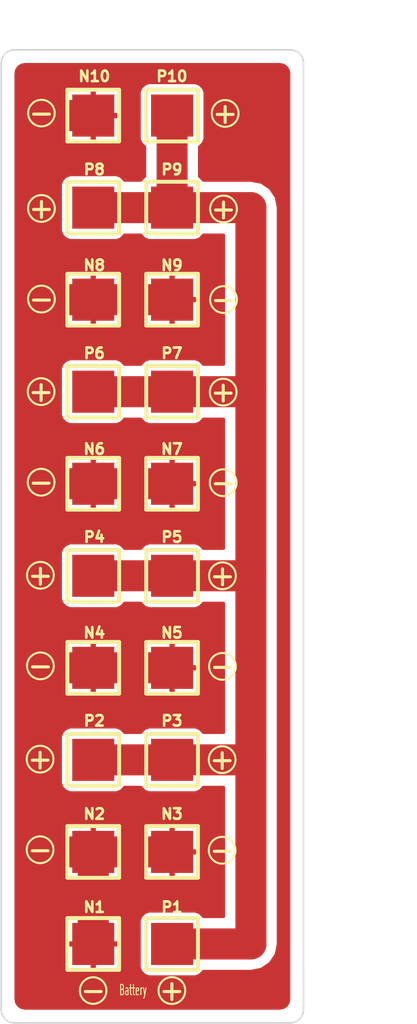
<source format=kicad_pcb>
(kicad_pcb (version 3) (host pcbnew "(2013-may-18)-stable")

  (general
    (links 18)
    (no_connects 0)
    (area 16.434999 182.075001 58.982143 280.745001)
    (thickness 1.6)
    (drawings 54)
    (tracks 28)
    (zones 0)
    (modules 20)
    (nets 3)
  )

  (page A4 portrait)
  (layers
    (15 F.Cu signal)
    (0 B.Cu signal)
    (16 B.Adhes user)
    (17 F.Adhes user)
    (18 B.Paste user)
    (19 F.Paste user)
    (20 B.SilkS user)
    (21 F.SilkS user)
    (22 B.Mask user)
    (23 F.Mask user)
    (24 Dwgs.User user)
    (25 Cmts.User user)
    (26 Eco1.User user)
    (27 Eco2.User user)
    (28 Edge.Cuts user)
  )

  (setup
    (last_trace_width 0.254)
    (trace_clearance 0.254)
    (zone_clearance 1)
    (zone_45_only yes)
    (trace_min 0.1524)
    (segment_width 0.2)
    (edge_width 0.15)
    (via_size 0.889)
    (via_drill 0.635)
    (via_min_size 0.508)
    (via_min_drill 0.3302)
    (uvia_size 0.508)
    (uvia_drill 0.127)
    (uvias_allowed no)
    (uvia_min_size 0.508)
    (uvia_min_drill 0.127)
    (pcb_text_width 0.3)
    (pcb_text_size 1 1)
    (mod_edge_width 0.15)
    (mod_text_size 1 1)
    (mod_text_width 0.15)
    (pad_size 4.064 4.064)
    (pad_drill 0)
    (pad_to_mask_clearance 0)
    (aux_axis_origin 176.53 55.88)
    (visible_elements FFFFFFBF)
    (pcbplotparams
      (layerselection 296222720)
      (usegerberextensions false)
      (excludeedgelayer true)
      (linewidth 0.150000)
      (plotframeref false)
      (viasonmask false)
      (mode 1)
      (useauxorigin false)
      (hpglpennumber 1)
      (hpglpenspeed 20)
      (hpglpendiameter 15)
      (hpglpenoverlay 2)
      (psnegative false)
      (psa4output false)
      (plotreference true)
      (plotvalue false)
      (plotothertext false)
      (plotinvisibletext false)
      (padsonsilk false)
      (subtractmaskfromsilk false)
      (outputformat 5)
      (mirror false)
      (drillshape 0)
      (scaleselection 1)
      (outputdirectory print/))
  )

  (net 0 "")
  (net 1 +BATT)
  (net 2 GND)

  (net_class Default "Tämä on oletuskytkentäverkkoluokka."
    (clearance 0.254)
    (trace_width 0.254)
    (via_dia 0.889)
    (via_drill 0.635)
    (uvia_dia 0.508)
    (uvia_drill 0.127)
    (add_net "")
  )

  (net_class Power ""
    (clearance 0.5)
    (trace_width 3)
    (via_dia 0.889)
    (via_drill 0.635)
    (uvia_dia 0.508)
    (uvia_drill 0.127)
    (add_net +BATT)
    (add_net GND)
  )

  (module 1PIN_SMD (layer F.Cu) (tedit 548330E4) (tstamp 548246E9)
    (at 28.4 27.79)
    (descr "module 1 pin (ou trou mecanique de percage)")
    (tags DEV)
    (path /5482196C)
    (fp_text reference N10 (at 0.1 -3.79) (layer F.SilkS)
      (effects (font (size 1.016 1.016) (thickness 0.254)))
    )
    (fp_text value CONN_1 (at 0.24892 3.74904) (layer F.SilkS) hide
      (effects (font (size 1.016 1.016) (thickness 0.254)))
    )
    (fp_line (start -2.49936 -2.49936) (end 2.49936 -2.49936) (layer F.SilkS) (width 0.381))
    (fp_line (start 2.49936 -2.49936) (end 2.49936 2.49936) (layer F.SilkS) (width 0.381))
    (fp_line (start 2.49936 2.49936) (end -2.49936 2.49936) (layer F.SilkS) (width 0.381))
    (fp_line (start -2.49936 2.49936) (end -2.49936 -2.49936) (layer F.SilkS) (width 0.381))
    (pad 1 smd rect (at 0 0) (size 4.064 4.064)
      (layers F.Cu F.Paste F.Mask)
      (net 2 GND)
    )
  )

  (module 1PIN_SMD (layer F.Cu) (tedit 548332E4) (tstamp 54821A8A)
    (at 36.02 90.02)
    (descr "module 1 pin (ou trou mecanique de percage)")
    (tags DEV)
    (path /54821883)
    (fp_text reference P3 (at -0.02 -3.77) (layer F.SilkS)
      (effects (font (size 1.016 1.016) (thickness 0.254)))
    )
    (fp_text value CONN_1 (at 0.24892 3.74904) (layer F.SilkS) hide
      (effects (font (size 1.016 1.016) (thickness 0.254)))
    )
    (fp_line (start -2.49936 -2.49936) (end 2.49936 -2.49936) (layer F.SilkS) (width 0.381))
    (fp_line (start 2.49936 -2.49936) (end 2.49936 2.49936) (layer F.SilkS) (width 0.381))
    (fp_line (start 2.49936 2.49936) (end -2.49936 2.49936) (layer F.SilkS) (width 0.381))
    (fp_line (start -2.49936 2.49936) (end -2.49936 -2.49936) (layer F.SilkS) (width 0.381))
    (pad 1 smd rect (at 0 0) (size 4.064 4.064)
      (layers F.Cu F.Paste F.Mask)
      (net 1 +BATT)
    )
  )

  (module 1PIN_SMD (layer F.Cu) (tedit 54833242) (tstamp 54821A80)
    (at 36.02 27.79)
    (descr "module 1 pin (ou trou mecanique de percage)")
    (tags DEV)
    (path /54821978)
    (fp_text reference P10 (at -0.02 -3.79) (layer F.SilkS)
      (effects (font (size 1.016 1.016) (thickness 0.254)))
    )
    (fp_text value CONN_1 (at 0.24892 3.74904) (layer F.SilkS) hide
      (effects (font (size 1.016 1.016) (thickness 0.254)))
    )
    (fp_line (start -2.49936 -2.49936) (end 2.49936 -2.49936) (layer F.SilkS) (width 0.381))
    (fp_line (start 2.49936 -2.49936) (end 2.49936 2.49936) (layer F.SilkS) (width 0.381))
    (fp_line (start 2.49936 2.49936) (end -2.49936 2.49936) (layer F.SilkS) (width 0.381))
    (fp_line (start -2.49936 2.49936) (end -2.49936 -2.49936) (layer F.SilkS) (width 0.381))
    (pad 1 smd rect (at 0 0) (size 4.064 4.064)
      (layers F.Cu F.Paste F.Mask)
      (net 1 +BATT)
    )
  )

  (module 1PIN_SMD (layer F.Cu) (tedit 54833258) (tstamp 54821A76)
    (at 36.02 36.68)
    (descr "module 1 pin (ou trou mecanique de percage)")
    (tags DEV)
    (path /54821972)
    (fp_text reference P9 (at -0.02 -3.68) (layer F.SilkS)
      (effects (font (size 1.016 1.016) (thickness 0.254)))
    )
    (fp_text value CONN_1 (at 0.24892 3.74904) (layer F.SilkS) hide
      (effects (font (size 1.016 1.016) (thickness 0.254)))
    )
    (fp_line (start -2.49936 -2.49936) (end 2.49936 -2.49936) (layer F.SilkS) (width 0.381))
    (fp_line (start 2.49936 -2.49936) (end 2.49936 2.49936) (layer F.SilkS) (width 0.381))
    (fp_line (start 2.49936 2.49936) (end -2.49936 2.49936) (layer F.SilkS) (width 0.381))
    (fp_line (start -2.49936 2.49936) (end -2.49936 -2.49936) (layer F.SilkS) (width 0.381))
    (pad 1 smd rect (at 0 0) (size 4.064 4.064)
      (layers F.Cu F.Paste F.Mask)
      (net 1 +BATT)
    )
  )

  (module 1PIN_SMD (layer F.Cu) (tedit 54833283) (tstamp 54821A62)
    (at 36.02 45.57)
    (descr "module 1 pin (ou trou mecanique de percage)")
    (tags DEV)
    (path /54821966)
    (fp_text reference N9 (at -0.02 -3.32) (layer F.SilkS)
      (effects (font (size 1.016 1.016) (thickness 0.254)))
    )
    (fp_text value CONN_1 (at 0.24892 3.74904) (layer F.SilkS) hide
      (effects (font (size 1.016 1.016) (thickness 0.254)))
    )
    (fp_line (start -2.49936 -2.49936) (end 2.49936 -2.49936) (layer F.SilkS) (width 0.381))
    (fp_line (start 2.49936 -2.49936) (end 2.49936 2.49936) (layer F.SilkS) (width 0.381))
    (fp_line (start 2.49936 2.49936) (end -2.49936 2.49936) (layer F.SilkS) (width 0.381))
    (fp_line (start -2.49936 2.49936) (end -2.49936 -2.49936) (layer F.SilkS) (width 0.381))
    (pad 1 smd rect (at 0 0) (size 4.064 4.064)
      (layers F.Cu F.Paste F.Mask)
      (net 2 GND)
    )
  )

  (module 1PIN_SMD (layer F.Cu) (tedit 54833261) (tstamp 54821A58)
    (at 28.4 36.68)
    (descr "module 1 pin (ou trou mecanique de percage)")
    (tags DEV)
    (path /548218A1)
    (fp_text reference P8 (at 0.1 -3.68) (layer F.SilkS)
      (effects (font (size 1.016 1.016) (thickness 0.254)))
    )
    (fp_text value CONN_1 (at 0.24892 3.74904) (layer F.SilkS) hide
      (effects (font (size 1.016 1.016) (thickness 0.254)))
    )
    (fp_line (start -2.49936 -2.49936) (end 2.49936 -2.49936) (layer F.SilkS) (width 0.381))
    (fp_line (start 2.49936 -2.49936) (end 2.49936 2.49936) (layer F.SilkS) (width 0.381))
    (fp_line (start 2.49936 2.49936) (end -2.49936 2.49936) (layer F.SilkS) (width 0.381))
    (fp_line (start -2.49936 2.49936) (end -2.49936 -2.49936) (layer F.SilkS) (width 0.381))
    (pad 1 smd rect (at 0 0) (size 4.064 4.064)
      (layers F.Cu F.Paste F.Mask)
      (net 1 +BATT)
    )
  )

  (module 1PIN_SMD (layer F.Cu) (tedit 54833296) (tstamp 54821A4E)
    (at 36.02 54.46)
    (descr "module 1 pin (ou trou mecanique de percage)")
    (tags DEV)
    (path /5482189B)
    (fp_text reference P7 (at -0.02 -3.71) (layer F.SilkS)
      (effects (font (size 1.016 1.016) (thickness 0.254)))
    )
    (fp_text value CONN_1 (at 0.24892 3.74904) (layer F.SilkS) hide
      (effects (font (size 1.016 1.016) (thickness 0.254)))
    )
    (fp_line (start -2.49936 -2.49936) (end 2.49936 -2.49936) (layer F.SilkS) (width 0.381))
    (fp_line (start 2.49936 -2.49936) (end 2.49936 2.49936) (layer F.SilkS) (width 0.381))
    (fp_line (start 2.49936 2.49936) (end -2.49936 2.49936) (layer F.SilkS) (width 0.381))
    (fp_line (start -2.49936 2.49936) (end -2.49936 -2.49936) (layer F.SilkS) (width 0.381))
    (pad 1 smd rect (at 0 0) (size 4.064 4.064)
      (layers F.Cu F.Paste F.Mask)
      (net 1 +BATT)
    )
  )

  (module 1PIN_SMD (layer F.Cu) (tedit 54833290) (tstamp 54821A44)
    (at 28.4 54.46)
    (descr "module 1 pin (ou trou mecanique de percage)")
    (tags DEV)
    (path /54821895)
    (fp_text reference P6 (at 0.1 -3.71) (layer F.SilkS)
      (effects (font (size 1.016 1.016) (thickness 0.254)))
    )
    (fp_text value CONN_1 (at 0.24892 3.74904) (layer F.SilkS) hide
      (effects (font (size 1.016 1.016) (thickness 0.254)))
    )
    (fp_line (start -2.49936 -2.49936) (end 2.49936 -2.49936) (layer F.SilkS) (width 0.381))
    (fp_line (start 2.49936 -2.49936) (end 2.49936 2.49936) (layer F.SilkS) (width 0.381))
    (fp_line (start 2.49936 2.49936) (end -2.49936 2.49936) (layer F.SilkS) (width 0.381))
    (fp_line (start -2.49936 2.49936) (end -2.49936 -2.49936) (layer F.SilkS) (width 0.381))
    (pad 1 smd rect (at 0 0) (size 4.064 4.064)
      (layers F.Cu F.Paste F.Mask)
      (net 1 +BATT)
    )
  )

  (module 1PIN_SMD (layer F.Cu) (tedit 548332AC) (tstamp 54821A3A)
    (at 36.02 72.24)
    (descr "module 1 pin (ou trou mecanique de percage)")
    (tags DEV)
    (path /5482188F)
    (fp_text reference P5 (at -0.02 -3.74) (layer F.SilkS)
      (effects (font (size 1.016 1.016) (thickness 0.254)))
    )
    (fp_text value CONN_1 (at 0.24892 3.74904) (layer F.SilkS) hide
      (effects (font (size 1.016 1.016) (thickness 0.254)))
    )
    (fp_line (start -2.49936 -2.49936) (end 2.49936 -2.49936) (layer F.SilkS) (width 0.381))
    (fp_line (start 2.49936 -2.49936) (end 2.49936 2.49936) (layer F.SilkS) (width 0.381))
    (fp_line (start 2.49936 2.49936) (end -2.49936 2.49936) (layer F.SilkS) (width 0.381))
    (fp_line (start -2.49936 2.49936) (end -2.49936 -2.49936) (layer F.SilkS) (width 0.381))
    (pad 1 smd rect (at 0 0) (size 4.064 4.064)
      (layers F.Cu F.Paste F.Mask)
      (net 1 +BATT)
    )
  )

  (module 1PIN_SMD (layer F.Cu) (tedit 548332A8) (tstamp 54821A30)
    (at 28.4 72.24)
    (descr "module 1 pin (ou trou mecanique de percage)")
    (tags DEV)
    (path /54821889)
    (fp_text reference P4 (at 0.1 -3.74) (layer F.SilkS)
      (effects (font (size 1.016 1.016) (thickness 0.254)))
    )
    (fp_text value CONN_1 (at 0.24892 3.74904) (layer F.SilkS) hide
      (effects (font (size 1.016 1.016) (thickness 0.254)))
    )
    (fp_line (start -2.49936 -2.49936) (end 2.49936 -2.49936) (layer F.SilkS) (width 0.381))
    (fp_line (start 2.49936 -2.49936) (end 2.49936 2.49936) (layer F.SilkS) (width 0.381))
    (fp_line (start 2.49936 2.49936) (end -2.49936 2.49936) (layer F.SilkS) (width 0.381))
    (fp_line (start -2.49936 2.49936) (end -2.49936 -2.49936) (layer F.SilkS) (width 0.381))
    (pad 1 smd rect (at 0 0) (size 4.064 4.064)
      (layers F.Cu F.Paste F.Mask)
      (net 1 +BATT)
    )
  )

  (module 1PIN_SMD (layer F.Cu) (tedit 548332F3) (tstamp 54821A26)
    (at 28.4 107.8)
    (descr "module 1 pin (ou trou mecanique de percage)")
    (tags DEV)
    (path /5481FA14)
    (fp_text reference N1 (at 0.1 -3.55) (layer F.SilkS)
      (effects (font (size 1.016 1.016) (thickness 0.254)))
    )
    (fp_text value CONN_1 (at 0.24892 3.74904) (layer F.SilkS) hide
      (effects (font (size 1.016 1.016) (thickness 0.254)))
    )
    (fp_line (start -2.49936 -2.49936) (end 2.49936 -2.49936) (layer F.SilkS) (width 0.381))
    (fp_line (start 2.49936 -2.49936) (end 2.49936 2.49936) (layer F.SilkS) (width 0.381))
    (fp_line (start 2.49936 2.49936) (end -2.49936 2.49936) (layer F.SilkS) (width 0.381))
    (fp_line (start -2.49936 2.49936) (end -2.49936 -2.49936) (layer F.SilkS) (width 0.381))
    (pad 1 smd rect (at 0 0) (size 4.064 4.064)
      (layers F.Cu F.Paste F.Mask)
      (net 2 GND)
    )
  )

  (module 1PIN_SMD (layer F.Cu) (tedit 548332DF) (tstamp 54821A1C)
    (at 28.4 90.02)
    (descr "module 1 pin (ou trou mecanique de percage)")
    (tags DEV)
    (path /5482187D)
    (fp_text reference P2 (at 0.1 -3.77) (layer F.SilkS)
      (effects (font (size 1.016 1.016) (thickness 0.254)))
    )
    (fp_text value CONN_1 (at 0.24892 3.74904) (layer F.SilkS) hide
      (effects (font (size 1.016 1.016) (thickness 0.254)))
    )
    (fp_line (start -2.49936 -2.49936) (end 2.49936 -2.49936) (layer F.SilkS) (width 0.381))
    (fp_line (start 2.49936 -2.49936) (end 2.49936 2.49936) (layer F.SilkS) (width 0.381))
    (fp_line (start 2.49936 2.49936) (end -2.49936 2.49936) (layer F.SilkS) (width 0.381))
    (fp_line (start -2.49936 2.49936) (end -2.49936 -2.49936) (layer F.SilkS) (width 0.381))
    (pad 1 smd rect (at 0 0) (size 4.064 4.064)
      (layers F.Cu F.Paste F.Mask)
      (net 1 +BATT)
    )
  )

  (module 1PIN_SMD (layer F.Cu) (tedit 5483328B) (tstamp 54821A12)
    (at 28.4 45.57)
    (descr "module 1 pin (ou trou mecanique de percage)")
    (tags DEV)
    (path /54821842)
    (fp_text reference N8 (at 0.1 -3.32) (layer F.SilkS)
      (effects (font (size 1.016 1.016) (thickness 0.254)))
    )
    (fp_text value CONN_1 (at 0.24892 3.74904) (layer F.SilkS) hide
      (effects (font (size 1.016 1.016) (thickness 0.254)))
    )
    (fp_line (start -2.49936 -2.49936) (end 2.49936 -2.49936) (layer F.SilkS) (width 0.381))
    (fp_line (start 2.49936 -2.49936) (end 2.49936 2.49936) (layer F.SilkS) (width 0.381))
    (fp_line (start 2.49936 2.49936) (end -2.49936 2.49936) (layer F.SilkS) (width 0.381))
    (fp_line (start -2.49936 2.49936) (end -2.49936 -2.49936) (layer F.SilkS) (width 0.381))
    (pad 1 smd rect (at 0 0) (size 4.064 4.064)
      (layers F.Cu F.Paste F.Mask)
      (net 2 GND)
    )
  )

  (module 1PIN_SMD (layer F.Cu) (tedit 5483329F) (tstamp 54821A08)
    (at 36.02 63.35)
    (descr "module 1 pin (ou trou mecanique de percage)")
    (tags DEV)
    (path /54821795)
    (fp_text reference N7 (at -0.02 -3.35) (layer F.SilkS)
      (effects (font (size 1.016 1.016) (thickness 0.254)))
    )
    (fp_text value CONN_1 (at 0.24892 3.74904) (layer F.SilkS) hide
      (effects (font (size 1.016 1.016) (thickness 0.254)))
    )
    (fp_line (start -2.49936 -2.49936) (end 2.49936 -2.49936) (layer F.SilkS) (width 0.381))
    (fp_line (start 2.49936 -2.49936) (end 2.49936 2.49936) (layer F.SilkS) (width 0.381))
    (fp_line (start 2.49936 2.49936) (end -2.49936 2.49936) (layer F.SilkS) (width 0.381))
    (fp_line (start -2.49936 2.49936) (end -2.49936 -2.49936) (layer F.SilkS) (width 0.381))
    (pad 1 smd rect (at 0 0) (size 4.064 4.064)
      (layers F.Cu F.Paste F.Mask)
      (net 2 GND)
    )
  )

  (module 1PIN_SMD (layer F.Cu) (tedit 548332A4) (tstamp 548219FE)
    (at 28.4 63.35)
    (descr "module 1 pin (ou trou mecanique de percage)")
    (tags DEV)
    (path /54821789)
    (fp_text reference N6 (at 0.1 -3.35) (layer F.SilkS)
      (effects (font (size 1.016 1.016) (thickness 0.254)))
    )
    (fp_text value CONN_1 (at 0.24892 3.74904) (layer F.SilkS) hide
      (effects (font (size 1.016 1.016) (thickness 0.254)))
    )
    (fp_line (start -2.49936 -2.49936) (end 2.49936 -2.49936) (layer F.SilkS) (width 0.381))
    (fp_line (start 2.49936 -2.49936) (end 2.49936 2.49936) (layer F.SilkS) (width 0.381))
    (fp_line (start 2.49936 2.49936) (end -2.49936 2.49936) (layer F.SilkS) (width 0.381))
    (fp_line (start -2.49936 2.49936) (end -2.49936 -2.49936) (layer F.SilkS) (width 0.381))
    (pad 1 smd rect (at 0 0) (size 4.064 4.064)
      (layers F.Cu F.Paste F.Mask)
      (net 2 GND)
    )
  )

  (module 1PIN_SMD (layer F.Cu) (tedit 548332F6) (tstamp 548219F4)
    (at 36.02 107.8)
    (descr "module 1 pin (ou trou mecanique de percage)")
    (tags DEV)
    (path /5481FBE2)
    (fp_text reference P1 (at -0.02 -3.55) (layer F.SilkS)
      (effects (font (size 1.016 1.016) (thickness 0.254)))
    )
    (fp_text value CONN_1 (at 0.24892 3.74904) (layer F.SilkS) hide
      (effects (font (size 1.016 1.016) (thickness 0.254)))
    )
    (fp_line (start -2.49936 -2.49936) (end 2.49936 -2.49936) (layer F.SilkS) (width 0.381))
    (fp_line (start 2.49936 -2.49936) (end 2.49936 2.49936) (layer F.SilkS) (width 0.381))
    (fp_line (start 2.49936 2.49936) (end -2.49936 2.49936) (layer F.SilkS) (width 0.381))
    (fp_line (start -2.49936 2.49936) (end -2.49936 -2.49936) (layer F.SilkS) (width 0.381))
    (pad 1 smd rect (at 0 0) (size 4.064 4.064)
      (layers F.Cu F.Paste F.Mask)
      (net 1 +BATT)
    )
  )

  (module 1PIN_SMD (layer F.Cu) (tedit 548332D0) (tstamp 548219EA)
    (at 36.02 81.13)
    (descr "module 1 pin (ou trou mecanique de percage)")
    (tags DEV)
    (path /5481FBDC)
    (fp_text reference N5 (at -0.02 -3.38) (layer F.SilkS)
      (effects (font (size 1.016 1.016) (thickness 0.254)))
    )
    (fp_text value CONN_1 (at 0.24892 3.74904) (layer F.SilkS) hide
      (effects (font (size 1.016 1.016) (thickness 0.254)))
    )
    (fp_line (start -2.49936 -2.49936) (end 2.49936 -2.49936) (layer F.SilkS) (width 0.381))
    (fp_line (start 2.49936 -2.49936) (end 2.49936 2.49936) (layer F.SilkS) (width 0.381))
    (fp_line (start 2.49936 2.49936) (end -2.49936 2.49936) (layer F.SilkS) (width 0.381))
    (fp_line (start -2.49936 2.49936) (end -2.49936 -2.49936) (layer F.SilkS) (width 0.381))
    (pad 1 smd rect (at 0 0) (size 4.064 4.064)
      (layers F.Cu F.Paste F.Mask)
      (net 2 GND)
    )
  )

  (module 1PIN_SMD (layer F.Cu) (tedit 548332DB) (tstamp 548219E0)
    (at 28.4 81.13)
    (descr "module 1 pin (ou trou mecanique de percage)")
    (tags DEV)
    (path /5481FBD6)
    (fp_text reference N4 (at 0.1 -3.38) (layer F.SilkS)
      (effects (font (size 1.016 1.016) (thickness 0.254)))
    )
    (fp_text value CONN_1 (at 0.24892 3.74904) (layer F.SilkS) hide
      (effects (font (size 1.016 1.016) (thickness 0.254)))
    )
    (fp_line (start -2.49936 -2.49936) (end 2.49936 -2.49936) (layer F.SilkS) (width 0.381))
    (fp_line (start 2.49936 -2.49936) (end 2.49936 2.49936) (layer F.SilkS) (width 0.381))
    (fp_line (start 2.49936 2.49936) (end -2.49936 2.49936) (layer F.SilkS) (width 0.381))
    (fp_line (start -2.49936 2.49936) (end -2.49936 -2.49936) (layer F.SilkS) (width 0.381))
    (pad 1 smd rect (at 0 0) (size 4.064 4.064)
      (layers F.Cu F.Paste F.Mask)
      (net 2 GND)
    )
  )

  (module 1PIN_SMD (layer F.Cu) (tedit 548332E8) (tstamp 548219D6)
    (at 36.02 98.91)
    (descr "module 1 pin (ou trou mecanique de percage)")
    (tags DEV)
    (path /5481FBD0)
    (fp_text reference N3 (at -0.02 -3.66) (layer F.SilkS)
      (effects (font (size 1.016 1.016) (thickness 0.254)))
    )
    (fp_text value CONN_1 (at 0.24892 3.74904) (layer F.SilkS) hide
      (effects (font (size 1.016 1.016) (thickness 0.254)))
    )
    (fp_line (start -2.49936 -2.49936) (end 2.49936 -2.49936) (layer F.SilkS) (width 0.381))
    (fp_line (start 2.49936 -2.49936) (end 2.49936 2.49936) (layer F.SilkS) (width 0.381))
    (fp_line (start 2.49936 2.49936) (end -2.49936 2.49936) (layer F.SilkS) (width 0.381))
    (fp_line (start -2.49936 2.49936) (end -2.49936 -2.49936) (layer F.SilkS) (width 0.381))
    (pad 1 smd rect (at 0 0) (size 4.064 4.064)
      (layers F.Cu F.Paste F.Mask)
      (net 2 GND)
    )
  )

  (module 1PIN_SMD (layer F.Cu) (tedit 548332EE) (tstamp 548219CC)
    (at 28.4 98.91)
    (descr "module 1 pin (ou trou mecanique de percage)")
    (tags DEV)
    (path /5481FBCA)
    (fp_text reference N2 (at 0.1 -3.66) (layer F.SilkS)
      (effects (font (size 1.016 1.016) (thickness 0.254)))
    )
    (fp_text value CONN_1 (at 0.24892 3.74904) (layer F.SilkS) hide
      (effects (font (size 1.016 1.016) (thickness 0.254)))
    )
    (fp_line (start -2.49936 -2.49936) (end 2.49936 -2.49936) (layer F.SilkS) (width 0.381))
    (fp_line (start 2.49936 -2.49936) (end 2.49936 2.49936) (layer F.SilkS) (width 0.381))
    (fp_line (start 2.49936 2.49936) (end -2.49936 2.49936) (layer F.SilkS) (width 0.381))
    (fp_line (start -2.49936 2.49936) (end -2.49936 -2.49936) (layer F.SilkS) (width 0.381))
    (pad 1 smd rect (at 0 0) (size 4.064 4.064)
      (layers F.Cu F.Paste F.Mask)
      (net 2 GND)
    )
  )

  (gr_line (start 20.8026 21.4376) (end 22.0472 21.4376) (angle 90) (layer Edge.Cuts) (width 0.15))
  (gr_text Battery (at 32.25 112.25) (layer F.SilkS)
    (effects (font (size 1 0.5) (thickness 0.1)))
  )
  (gr_circle (center 40.86 98.75) (end 42.01 98.16) (layer F.SilkS) (width 0.2) (tstamp 54831554))
  (gr_text - (at 40.86 98.7) (layer F.SilkS) (tstamp 54831553)
    (effects (font (size 2 2) (thickness 0.3)))
  )
  (gr_text - (at 40.89 80.94) (layer F.SilkS) (tstamp 54831552)
    (effects (font (size 2 2) (thickness 0.3)))
  )
  (gr_circle (center 40.89 80.99) (end 42.04 80.4) (layer F.SilkS) (width 0.2) (tstamp 54831551))
  (gr_circle (center 40.99 45.56) (end 42.14 44.97) (layer F.SilkS) (width 0.2) (tstamp 54831550))
  (gr_text - (at 40.99 45.51) (layer F.SilkS) (tstamp 5483154F)
    (effects (font (size 2 2) (thickness 0.3)))
  )
  (gr_text - (at 40.96 63.2) (layer F.SilkS) (tstamp 5483154E)
    (effects (font (size 2 2) (thickness 0.3)))
  )
  (gr_circle (center 40.96 63.25) (end 42.11 62.66) (layer F.SilkS) (width 0.2) (tstamp 5483154D))
  (gr_circle (center 23.36 63.2) (end 24.51 62.61) (layer F.SilkS) (width 0.2) (tstamp 5483151A))
  (gr_text - (at 23.36 63.15) (layer F.SilkS) (tstamp 54831519)
    (effects (font (size 2 2) (thickness 0.3)))
  )
  (gr_text - (at 23.39 45.46) (layer F.SilkS) (tstamp 54831518)
    (effects (font (size 2 2) (thickness 0.3)))
  )
  (gr_circle (center 23.39 45.51) (end 24.54 44.92) (layer F.SilkS) (width 0.2) (tstamp 54831517))
  (gr_circle (center 23.29 80.94) (end 24.44 80.35) (layer F.SilkS) (width 0.2) (tstamp 54831516))
  (gr_text - (at 23.29 80.89) (layer F.SilkS) (tstamp 54831515)
    (effects (font (size 2 2) (thickness 0.3)))
  )
  (gr_text - (at 23.26 98.65) (layer F.SilkS) (tstamp 54831514)
    (effects (font (size 2 2) (thickness 0.3)))
  )
  (gr_circle (center 23.26 98.7) (end 24.41 98.11) (layer F.SilkS) (width 0.2) (tstamp 54831513))
  (gr_text - (at 23.4 27.5) (layer F.SilkS) (tstamp 54831444)
    (effects (font (size 2 2) (thickness 0.3)))
  )
  (gr_circle (center 23.39 27.55) (end 24.55 27) (layer F.SilkS) (width 0.2) (tstamp 54831443))
  (gr_circle (center 23.26 89.95) (end 24.41 89.36) (layer F.SilkS) (width 0.2) (tstamp 5483139A))
  (gr_text + (at 23.26 89.9) (layer F.SilkS) (tstamp 54831399)
    (effects (font (size 2 2) (thickness 0.3)))
  )
  (gr_text + (at 23.29 72.14) (layer F.SilkS) (tstamp 54831398)
    (effects (font (size 2 2) (thickness 0.3)))
  )
  (gr_circle (center 23.29 72.19) (end 24.44 71.6) (layer F.SilkS) (width 0.2) (tstamp 54831397))
  (gr_circle (center 23.39 36.76) (end 24.54 36.17) (layer F.SilkS) (width 0.2) (tstamp 54831396))
  (gr_text + (at 23.39 36.71) (layer F.SilkS) (tstamp 54831395)
    (effects (font (size 2 2) (thickness 0.3)))
  )
  (gr_text + (at 23.36 54.4) (layer F.SilkS) (tstamp 54831394)
    (effects (font (size 2 2) (thickness 0.3)))
  )
  (gr_circle (center 23.36 54.45) (end 24.51 53.86) (layer F.SilkS) (width 0.2) (tstamp 54831393))
  (gr_circle (center 41.15 27.58) (end 42.3 26.99) (layer F.SilkS) (width 0.2) (tstamp 54831299))
  (gr_text + (at 41.15 27.53) (layer F.SilkS) (tstamp 54831298)
    (effects (font (size 2 2) (thickness 0.3)))
  )
  (gr_circle (center 40.96 54.5) (end 42.11 53.91) (layer F.SilkS) (width 0.2) (tstamp 54831286))
  (gr_text + (at 40.96 54.45) (layer F.SilkS) (tstamp 54831285)
    (effects (font (size 2 2) (thickness 0.3)))
  )
  (gr_text + (at 40.99 36.76) (layer F.SilkS) (tstamp 54831284)
    (effects (font (size 2 2) (thickness 0.3)))
  )
  (gr_circle (center 40.99 36.81) (end 42.14 36.22) (layer F.SilkS) (width 0.2) (tstamp 54831283))
  (gr_circle (center 40.89 72.24) (end 42.04 71.65) (layer F.SilkS) (width 0.2) (tstamp 54831277))
  (gr_text + (at 40.89 72.19) (layer F.SilkS) (tstamp 54831276)
    (effects (font (size 2 2) (thickness 0.3)))
  )
  (gr_text + (at 40.86 89.95) (layer F.SilkS) (tstamp 548311A9)
    (effects (font (size 2 2) (thickness 0.3)))
  )
  (gr_circle (center 40.86 90) (end 42.01 89.41) (layer F.SilkS) (width 0.2) (tstamp 548311A8))
  (gr_circle (center 36 112.3) (end 37.15 111.71) (layer F.SilkS) (width 0.2))
  (gr_circle (center 28.39 112.3) (end 29.55 111.75) (layer F.SilkS) (width 0.2))
  (gr_text - (at 28.4 112.25) (layer F.SilkS)
    (effects (font (size 2 2) (thickness 0.3)))
  )
  (gr_text + (at 36 112.25) (layer F.SilkS)
    (effects (font (size 2 2) (thickness 0.3)))
  )
  (dimension 4 (width 0.25) (layer Dwgs.User)
    (gr_text "4,000 mm" (at 57.999999 107.750001 270) (layer Dwgs.User)
      (effects (font (size 1 1) (thickness 0.25)))
    )
    (feature1 (pts (xy 38 109.75) (xy 58.999999 109.750001)))
    (feature2 (pts (xy 38 105.75) (xy 58.999999 105.750001)))
    (crossbar (pts (xy 56.999999 105.750001) (xy 56.999999 109.750001)))
    (arrow1a (pts (xy 56.999999 109.750001) (xy 56.413579 108.623498)))
    (arrow1b (pts (xy 56.999999 109.750001) (xy 57.586419 108.623498)))
    (arrow2a (pts (xy 56.999999 105.750001) (xy 56.413579 106.876504)))
    (arrow2b (pts (xy 56.999999 105.750001) (xy 57.586419 106.876504)))
  )
  (dimension 93.98 (width 0.25) (layer Dwgs.User)
    (gr_text "93,980 mm" (at 52.259994 68.43 270) (layer Dwgs.User)
      (effects (font (size 1 1) (thickness 0.25)))
    )
    (feature1 (pts (xy 48.72 115.42) (xy 53.259994 115.42)))
    (feature2 (pts (xy 48.72 21.44) (xy 53.259994 21.44)))
    (crossbar (pts (xy 51.259994 21.44) (xy 51.259994 115.42)))
    (arrow1a (pts (xy 51.259994 115.42) (xy 50.673574 114.293497)))
    (arrow1b (pts (xy 51.259994 115.42) (xy 51.846414 114.293497)))
    (arrow2a (pts (xy 51.259994 21.44) (xy 50.673574 22.566503)))
    (arrow2b (pts (xy 51.259994 21.44) (xy 51.846414 22.566503)))
  )
  (dimension 29.21 (width 0.25) (layer Dwgs.User)
    (gr_text "29,210 mm" (at 34.115 17.900001) (layer Dwgs.User)
      (effects (font (size 1 1) (thickness 0.25)))
    )
    (feature1 (pts (xy 19.51 22.71) (xy 19.51 16.900001)))
    (feature2 (pts (xy 48.72 22.71) (xy 48.72 16.900001)))
    (crossbar (pts (xy 48.72 18.900001) (xy 19.51 18.900001)))
    (arrow1a (pts (xy 19.51 18.900001) (xy 20.636503 18.313581)))
    (arrow1b (pts (xy 19.51 18.900001) (xy 20.636503 19.486421)))
    (arrow2a (pts (xy 48.72 18.900001) (xy 47.593497 18.313581)))
    (arrow2b (pts (xy 48.72 18.900001) (xy 47.593497 19.486421)))
  )
  (gr_line (start 22.05 21.44) (end 47.45 21.44) (angle 90) (layer Edge.Cuts) (width 0.15))
  (gr_line (start 19.51 114.15) (end 19.51 22.71) (angle 90) (layer Edge.Cuts) (width 0.15))
  (gr_line (start 47.45 115.42) (end 20.78 115.42) (angle 90) (layer Edge.Cuts) (width 0.15))
  (gr_line (start 48.72 114.15) (end 48.72 110.34) (angle 90) (layer Edge.Cuts) (width 0.15))
  (gr_line (start 48.72 22.71) (end 48.72 114.15) (angle 90) (layer Edge.Cuts) (width 0.15))
  (gr_arc (start 20.78 114.15) (end 20.78 115.42) (angle 90) (layer Edge.Cuts) (width 0.15))
  (gr_arc (start 47.45 114.15) (end 48.72 114.15) (angle 90) (layer Edge.Cuts) (width 0.15))
  (gr_arc (start 47.45 22.71) (end 47.45 21.44) (angle 90) (layer Edge.Cuts) (width 0.15))
  (gr_arc (start 20.78 22.71) (end 19.51 22.71) (angle 90) (layer Edge.Cuts) (width 0.15))

  (segment (start 36.02 36.68) (end 36.02 27.79) (width 3) (layer F.Cu) (net 1))
  (segment (start 28.4 36.68) (end 36.02 36.68) (width 3) (layer F.Cu) (net 1))
  (segment (start 36.02 36.68) (end 43.64 36.68) (width 3) (layer F.Cu) (net 1) (tstamp 54821D94))
  (segment (start 28.4 54.46) (end 36.02 54.46) (width 3) (layer F.Cu) (net 1))
  (segment (start 36.02 54.46) (end 43.64 54.46) (width 3) (layer F.Cu) (net 1) (tstamp 54821D8F))
  (segment (start 28.4 72.24) (end 36.02 72.24) (width 3) (layer F.Cu) (net 1))
  (segment (start 36.02 72.24) (end 43.64 72.24) (width 3) (layer F.Cu) (net 1) (tstamp 54821D8A))
  (segment (start 28.4 90.02) (end 36.02 90.02) (width 3) (layer F.Cu) (net 1))
  (segment (start 36.02 90.02) (end 43.64 90.02) (width 3) (layer F.Cu) (net 1) (tstamp 54821D85))
  (segment (start 36.02 107.8) (end 43.64 107.8) (width 3) (layer F.Cu) (net 1))
  (segment (start 43.64 107.8) (end 43.64 90.02) (width 3) (layer F.Cu) (net 1) (tstamp 54821D81))
  (segment (start 43.64 90.02) (end 43.64 72.24) (width 3) (layer F.Cu) (net 1) (tstamp 54821D88))
  (segment (start 43.64 72.24) (end 43.64 54.46) (width 3) (layer F.Cu) (net 1) (tstamp 54821D8D))
  (segment (start 43.64 54.46) (end 43.64 36.68) (width 3) (layer F.Cu) (net 1) (tstamp 54821D92))
  (segment (start 28.4 45.57) (end 23.32 45.57) (width 3) (layer F.Cu) (net 2))
  (segment (start 28.4 63.35) (end 23.32 63.35) (width 3) (layer F.Cu) (net 2))
  (segment (start 28.4 81.13) (end 23.32 81.13) (width 3) (layer F.Cu) (net 2))
  (segment (start 28.4 98.91) (end 23.32 98.91) (width 3) (layer F.Cu) (net 2))
  (segment (start 23.32 98.91) (end 23.32 81.13) (width 3) (layer F.Cu) (net 2) (tstamp 54821D71))
  (segment (start 23.32 27.79) (end 28.4 27.79) (width 3) (layer F.Cu) (net 2) (tstamp 54821D72))
  (segment (start 23.32 45.57) (end 23.32 27.79) (width 3) (layer F.Cu) (net 2) (tstamp 54821D7F))
  (segment (start 23.32 63.35) (end 23.32 45.57) (width 3) (layer F.Cu) (net 2) (tstamp 54821D7B))
  (segment (start 23.32 81.13) (end 23.32 63.35) (width 3) (layer F.Cu) (net 2) (tstamp 54821D77))
  (segment (start 28.4 45.57) (end 36.02 45.57) (width 3) (layer F.Cu) (net 2))
  (segment (start 28.4 63.35) (end 36.02 63.35) (width 3) (layer F.Cu) (net 2))
  (segment (start 28.4 81.13) (end 36.02 81.13) (width 3) (layer F.Cu) (net 2))
  (segment (start 28.4 107.8) (end 28.4 98.91) (width 3) (layer F.Cu) (net 2))
  (segment (start 28.4 98.91) (end 36.02 98.91) (width 3) (layer F.Cu) (net 2) (tstamp 54821D66))

  (zone (net 2) (net_name GND) (layer F.Cu) (tstamp 54821DD1) (hatch edge 0.508)
    (connect_pads (clearance 1))
    (min_thickness 0.3)
    (fill (arc_segments 16) (thermal_gap 0.508) (thermal_bridge_width 0.508) (smoothing fillet) (radius 1))
    (polygon
      (pts
        (xy 47.45 114.15) (xy 20.78 114.15) (xy 20.78 22.71) (xy 47.45 22.71)
      )
    )
    (filled_polygon
      (pts
        (xy 47.3 113.135226) (xy 47.232583 113.474156) (xy 47.048963 113.748963) (xy 46.774156 113.932583) (xy 46.435226 114)
        (xy 46.29 114) (xy 46.29 107.8) (xy 46.29 90.02) (xy 46.29 72.24) (xy 46.29 54.46)
        (xy 46.29 36.68) (xy 46.088281 35.665889) (xy 45.513833 34.806167) (xy 44.654111 34.231719) (xy 43.64 34.03)
        (xy 39.040948 34.03) (xy 39.02749 33.997429) (xy 38.704273 33.673647) (xy 38.67 33.659415) (xy 38.67 30.810948)
        (xy 38.702571 30.79749) (xy 39.026353 30.474273) (xy 39.201799 30.051753) (xy 39.202198 29.594255) (xy 39.202198 25.530255)
        (xy 39.02749 25.107429) (xy 38.704273 24.783647) (xy 38.281753 24.608201) (xy 37.824255 24.607802) (xy 33.760255 24.607802)
        (xy 33.337429 24.78251) (xy 33.013647 25.105727) (xy 32.838201 25.528247) (xy 32.837802 25.985745) (xy 32.837802 30.049745)
        (xy 33.01251 30.472571) (xy 33.335727 30.796353) (xy 33.37 30.810584) (xy 33.37 33.659051) (xy 33.337429 33.67251)
        (xy 33.013647 33.995727) (xy 32.999415 34.03) (xy 31.420948 34.03) (xy 31.40749 33.997429) (xy 31.090113 33.679497)
        (xy 31.090113 29.69169) (xy 31.090113 25.88831) (xy 31.089885 25.626542) (xy 30.989499 25.384787) (xy 30.80424 25.19985)
        (xy 30.56231 25.099887) (xy 28.6685 25.1) (xy 28.504 25.2645) (xy 28.504 27.686) (xy 30.9255 27.686)
        (xy 31.09 27.5215) (xy 31.090113 25.88831) (xy 31.090113 29.69169) (xy 31.09 28.0585) (xy 30.9255 27.894)
        (xy 28.504 27.894) (xy 28.504 30.3155) (xy 28.6685 30.48) (xy 30.56231 30.480113) (xy 30.80424 30.38015)
        (xy 30.989499 30.195213) (xy 31.089885 29.953458) (xy 31.090113 29.69169) (xy 31.090113 33.679497) (xy 31.084273 33.673647)
        (xy 30.661753 33.498201) (xy 30.204255 33.497802) (xy 28.296 33.497802) (xy 28.296 30.3155) (xy 28.296 27.894)
        (xy 28.296 27.686) (xy 28.296 25.2645) (xy 28.1315 25.1) (xy 26.23769 25.099887) (xy 25.99576 25.19985)
        (xy 25.810501 25.384787) (xy 25.710115 25.626542) (xy 25.709887 25.88831) (xy 25.71 27.5215) (xy 25.8745 27.686)
        (xy 28.296 27.686) (xy 28.296 27.894) (xy 25.8745 27.894) (xy 25.71 28.0585) (xy 25.709887 29.69169)
        (xy 25.710115 29.953458) (xy 25.810501 30.195213) (xy 25.99576 30.38015) (xy 26.23769 30.480113) (xy 28.1315 30.48)
        (xy 28.296 30.3155) (xy 28.296 33.497802) (xy 26.140255 33.497802) (xy 25.717429 33.67251) (xy 25.393647 33.995727)
        (xy 25.218201 34.418247) (xy 25.217802 34.875745) (xy 25.217802 38.939745) (xy 25.39251 39.362571) (xy 25.715727 39.686353)
        (xy 26.138247 39.861799) (xy 26.595745 39.862198) (xy 30.659745 39.862198) (xy 31.082571 39.68749) (xy 31.406353 39.364273)
        (xy 31.420584 39.33) (xy 32.999051 39.33) (xy 33.01251 39.362571) (xy 33.335727 39.686353) (xy 33.758247 39.861799)
        (xy 34.215745 39.862198) (xy 38.279745 39.862198) (xy 38.702571 39.68749) (xy 39.026353 39.364273) (xy 39.040584 39.33)
        (xy 40.99 39.33) (xy 40.99 51.81) (xy 39.040948 51.81) (xy 39.02749 51.777429) (xy 38.710113 51.459497)
        (xy 38.710113 47.47169) (xy 38.710113 43.66831) (xy 38.709885 43.406542) (xy 38.609499 43.164787) (xy 38.42424 42.97985)
        (xy 38.18231 42.879887) (xy 36.2885 42.88) (xy 36.124 43.0445) (xy 36.124 45.466) (xy 38.5455 45.466)
        (xy 38.71 45.3015) (xy 38.710113 43.66831) (xy 38.710113 47.47169) (xy 38.71 45.8385) (xy 38.5455 45.674)
        (xy 36.124 45.674) (xy 36.124 48.0955) (xy 36.2885 48.26) (xy 38.18231 48.260113) (xy 38.42424 48.16015)
        (xy 38.609499 47.975213) (xy 38.709885 47.733458) (xy 38.710113 47.47169) (xy 38.710113 51.459497) (xy 38.704273 51.453647)
        (xy 38.281753 51.278201) (xy 37.824255 51.277802) (xy 35.916 51.277802) (xy 35.916 48.0955) (xy 35.916 45.674)
        (xy 35.916 45.466) (xy 35.916 43.0445) (xy 35.7515 42.88) (xy 33.85769 42.879887) (xy 33.61576 42.97985)
        (xy 33.430501 43.164787) (xy 33.330115 43.406542) (xy 33.329887 43.66831) (xy 33.33 45.3015) (xy 33.4945 45.466)
        (xy 35.916 45.466) (xy 35.916 45.674) (xy 33.4945 45.674) (xy 33.33 45.8385) (xy 33.329887 47.47169)
        (xy 33.330115 47.733458) (xy 33.430501 47.975213) (xy 33.61576 48.16015) (xy 33.85769 48.260113) (xy 35.7515 48.26)
        (xy 35.916 48.0955) (xy 35.916 51.277802) (xy 33.760255 51.277802) (xy 33.337429 51.45251) (xy 33.013647 51.775727)
        (xy 32.999415 51.81) (xy 31.420948 51.81) (xy 31.40749 51.777429) (xy 31.090113 51.459497) (xy 31.090113 47.47169)
        (xy 31.090113 43.66831) (xy 31.089885 43.406542) (xy 30.989499 43.164787) (xy 30.80424 42.97985) (xy 30.56231 42.879887)
        (xy 28.6685 42.88) (xy 28.504 43.0445) (xy 28.504 45.466) (xy 30.9255 45.466) (xy 31.09 45.3015)
        (xy 31.090113 43.66831) (xy 31.090113 47.47169) (xy 31.09 45.8385) (xy 30.9255 45.674) (xy 28.504 45.674)
        (xy 28.504 48.0955) (xy 28.6685 48.26) (xy 30.56231 48.260113) (xy 30.80424 48.16015) (xy 30.989499 47.975213)
        (xy 31.089885 47.733458) (xy 31.090113 47.47169) (xy 31.090113 51.459497) (xy 31.084273 51.453647) (xy 30.661753 51.278201)
        (xy 30.204255 51.277802) (xy 28.296 51.277802) (xy 28.296 48.0955) (xy 28.296 45.674) (xy 28.296 45.466)
        (xy 28.296 43.0445) (xy 28.1315 42.88) (xy 26.23769 42.879887) (xy 25.99576 42.97985) (xy 25.810501 43.164787)
        (xy 25.710115 43.406542) (xy 25.709887 43.66831) (xy 25.71 45.3015) (xy 25.8745 45.466) (xy 28.296 45.466)
        (xy 28.296 45.674) (xy 25.8745 45.674) (xy 25.71 45.8385) (xy 25.709887 47.47169) (xy 25.710115 47.733458)
        (xy 25.810501 47.975213) (xy 25.99576 48.16015) (xy 26.23769 48.260113) (xy 28.1315 48.26) (xy 28.296 48.0955)
        (xy 28.296 51.277802) (xy 26.140255 51.277802) (xy 25.717429 51.45251) (xy 25.393647 51.775727) (xy 25.218201 52.198247)
        (xy 25.217802 52.655745) (xy 25.217802 56.719745) (xy 25.39251 57.142571) (xy 25.715727 57.466353) (xy 26.138247 57.641799)
        (xy 26.595745 57.642198) (xy 30.659745 57.642198) (xy 31.082571 57.46749) (xy 31.406353 57.144273) (xy 31.420584 57.11)
        (xy 32.999051 57.11) (xy 33.01251 57.142571) (xy 33.335727 57.466353) (xy 33.758247 57.641799) (xy 34.215745 57.642198)
        (xy 38.279745 57.642198) (xy 38.702571 57.46749) (xy 39.026353 57.144273) (xy 39.040584 57.11) (xy 40.99 57.11)
        (xy 40.99 69.59) (xy 39.040948 69.59) (xy 39.02749 69.557429) (xy 38.710113 69.239497) (xy 38.710113 65.25169)
        (xy 38.710113 61.44831) (xy 38.709885 61.186542) (xy 38.609499 60.944787) (xy 38.42424 60.75985) (xy 38.18231 60.659887)
        (xy 36.2885 60.66) (xy 36.124 60.8245) (xy 36.124 63.246) (xy 38.5455 63.246) (xy 38.71 63.0815)
        (xy 38.710113 61.44831) (xy 38.710113 65.25169) (xy 38.71 63.6185) (xy 38.5455 63.454) (xy 36.124 63.454)
        (xy 36.124 65.8755) (xy 36.2885 66.04) (xy 38.18231 66.040113) (xy 38.42424 65.94015) (xy 38.609499 65.755213)
        (xy 38.709885 65.513458) (xy 38.710113 65.25169) (xy 38.710113 69.239497) (xy 38.704273 69.233647) (xy 38.281753 69.058201)
        (xy 37.824255 69.057802) (xy 35.916 69.057802) (xy 35.916 65.8755) (xy 35.916 63.454) (xy 35.916 63.246)
        (xy 35.916 60.8245) (xy 35.7515 60.66) (xy 33.85769 60.659887) (xy 33.61576 60.75985) (xy 33.430501 60.944787)
        (xy 33.330115 61.186542) (xy 33.329887 61.44831) (xy 33.33 63.0815) (xy 33.4945 63.246) (xy 35.916 63.246)
        (xy 35.916 63.454) (xy 33.4945 63.454) (xy 33.33 63.6185) (xy 33.329887 65.25169) (xy 33.330115 65.513458)
        (xy 33.430501 65.755213) (xy 33.61576 65.94015) (xy 33.85769 66.040113) (xy 35.7515 66.04) (xy 35.916 65.8755)
        (xy 35.916 69.057802) (xy 33.760255 69.057802) (xy 33.337429 69.23251) (xy 33.013647 69.555727) (xy 32.999415 69.59)
        (xy 31.420948 69.59) (xy 31.40749 69.557429) (xy 31.090113 69.239497) (xy 31.090113 65.25169) (xy 31.090113 61.44831)
        (xy 31.089885 61.186542) (xy 30.989499 60.944787) (xy 30.80424 60.75985) (xy 30.56231 60.659887) (xy 28.6685 60.66)
        (xy 28.504 60.8245) (xy 28.504 63.246) (xy 30.9255 63.246) (xy 31.09 63.0815) (xy 31.090113 61.44831)
        (xy 31.090113 65.25169) (xy 31.09 63.6185) (xy 30.9255 63.454) (xy 28.504 63.454) (xy 28.504 65.8755)
        (xy 28.6685 66.04) (xy 30.56231 66.040113) (xy 30.80424 65.94015) (xy 30.989499 65.755213) (xy 31.089885 65.513458)
        (xy 31.090113 65.25169) (xy 31.090113 69.239497) (xy 31.084273 69.233647) (xy 30.661753 69.058201) (xy 30.204255 69.057802)
        (xy 28.296 69.057802) (xy 28.296 65.8755) (xy 28.296 63.454) (xy 28.296 63.246) (xy 28.296 60.8245)
        (xy 28.1315 60.66) (xy 26.23769 60.659887) (xy 25.99576 60.75985) (xy 25.810501 60.944787) (xy 25.710115 61.186542)
        (xy 25.709887 61.44831) (xy 25.71 63.0815) (xy 25.8745 63.246) (xy 28.296 63.246) (xy 28.296 63.454)
        (xy 25.8745 63.454) (xy 25.71 63.6185) (xy 25.709887 65.25169) (xy 25.710115 65.513458) (xy 25.810501 65.755213)
        (xy 25.99576 65.94015) (xy 26.23769 66.040113) (xy 28.1315 66.04) (xy 28.296 65.8755) (xy 28.296 69.057802)
        (xy 26.140255 69.057802) (xy 25.717429 69.23251) (xy 25.393647 69.555727) (xy 25.218201 69.978247) (xy 25.217802 70.435745)
        (xy 25.217802 74.499745) (xy 25.39251 74.922571) (xy 25.715727 75.246353) (xy 26.138247 75.421799) (xy 26.595745 75.422198)
        (xy 30.659745 75.422198) (xy 31.082571 75.24749) (xy 31.406353 74.924273) (xy 31.420584 74.89) (xy 32.999051 74.89)
        (xy 33.01251 74.922571) (xy 33.335727 75.246353) (xy 33.758247 75.421799) (xy 34.215745 75.422198) (xy 38.279745 75.422198)
        (xy 38.702571 75.24749) (xy 39.026353 74.924273) (xy 39.040584 74.89) (xy 40.99 74.89) (xy 40.99 87.37)
        (xy 39.040948 87.37) (xy 39.02749 87.337429) (xy 38.710113 87.019497) (xy 38.710113 83.03169) (xy 38.710113 79.22831)
        (xy 38.709885 78.966542) (xy 38.609499 78.724787) (xy 38.42424 78.53985) (xy 38.18231 78.439887) (xy 36.2885 78.44)
        (xy 36.124 78.6045) (xy 36.124 81.026) (xy 38.5455 81.026) (xy 38.71 80.8615) (xy 38.710113 79.22831)
        (xy 38.710113 83.03169) (xy 38.71 81.3985) (xy 38.5455 81.234) (xy 36.124 81.234) (xy 36.124 83.6555)
        (xy 36.2885 83.82) (xy 38.18231 83.820113) (xy 38.42424 83.72015) (xy 38.609499 83.535213) (xy 38.709885 83.293458)
        (xy 38.710113 83.03169) (xy 38.710113 87.019497) (xy 38.704273 87.013647) (xy 38.281753 86.838201) (xy 37.824255 86.837802)
        (xy 35.916 86.837802) (xy 35.916 83.6555) (xy 35.916 81.234) (xy 35.916 81.026) (xy 35.916 78.6045)
        (xy 35.7515 78.44) (xy 33.85769 78.439887) (xy 33.61576 78.53985) (xy 33.430501 78.724787) (xy 33.330115 78.966542)
        (xy 33.329887 79.22831) (xy 33.33 80.8615) (xy 33.4945 81.026) (xy 35.916 81.026) (xy 35.916 81.234)
        (xy 33.4945 81.234) (xy 33.33 81.3985) (xy 33.329887 83.03169) (xy 33.330115 83.293458) (xy 33.430501 83.535213)
        (xy 33.61576 83.72015) (xy 33.85769 83.820113) (xy 35.7515 83.82) (xy 35.916 83.6555) (xy 35.916 86.837802)
        (xy 33.760255 86.837802) (xy 33.337429 87.01251) (xy 33.013647 87.335727) (xy 32.999415 87.37) (xy 31.420948 87.37)
        (xy 31.40749 87.337429) (xy 31.090113 87.019497) (xy 31.090113 83.03169) (xy 31.090113 79.22831) (xy 31.089885 78.966542)
        (xy 30.989499 78.724787) (xy 30.80424 78.53985) (xy 30.56231 78.439887) (xy 28.6685 78.44) (xy 28.504 78.6045)
        (xy 28.504 81.026) (xy 30.9255 81.026) (xy 31.09 80.8615) (xy 31.090113 79.22831) (xy 31.090113 83.03169)
        (xy 31.09 81.3985) (xy 30.9255 81.234) (xy 28.504 81.234) (xy 28.504 83.6555) (xy 28.6685 83.82)
        (xy 30.56231 83.820113) (xy 30.80424 83.72015) (xy 30.989499 83.535213) (xy 31.089885 83.293458) (xy 31.090113 83.03169)
        (xy 31.090113 87.019497) (xy 31.084273 87.013647) (xy 30.661753 86.838201) (xy 30.204255 86.837802) (xy 28.296 86.837802)
        (xy 28.296 83.6555) (xy 28.296 81.234) (xy 28.296 81.026) (xy 28.296 78.6045) (xy 28.1315 78.44)
        (xy 26.23769 78.439887) (xy 25.99576 78.53985) (xy 25.810501 78.724787) (xy 25.710115 78.966542) (xy 25.709887 79.22831)
        (xy 25.71 80.8615) (xy 25.8745 81.026) (xy 28.296 81.026) (xy 28.296 81.234) (xy 25.8745 81.234)
        (xy 25.71 81.3985) (xy 25.709887 83.03169) (xy 25.710115 83.293458) (xy 25.810501 83.535213) (xy 25.99576 83.72015)
        (xy 26.23769 83.820113) (xy 28.1315 83.82) (xy 28.296 83.6555) (xy 28.296 86.837802) (xy 26.140255 86.837802)
        (xy 25.717429 87.01251) (xy 25.393647 87.335727) (xy 25.218201 87.758247) (xy 25.217802 88.215745) (xy 25.217802 92.279745)
        (xy 25.39251 92.702571) (xy 25.715727 93.026353) (xy 26.138247 93.201799) (xy 26.595745 93.202198) (xy 30.659745 93.202198)
        (xy 31.082571 93.02749) (xy 31.406353 92.704273) (xy 31.420584 92.67) (xy 32.999051 92.67) (xy 33.01251 92.702571)
        (xy 33.335727 93.026353) (xy 33.758247 93.201799) (xy 34.215745 93.202198) (xy 38.279745 93.202198) (xy 38.702571 93.02749)
        (xy 39.026353 92.704273) (xy 39.040584 92.67) (xy 40.99 92.67) (xy 40.99 105.15) (xy 39.040948 105.15)
        (xy 39.02749 105.117429) (xy 38.710113 104.799497) (xy 38.710113 100.81169) (xy 38.710113 97.00831) (xy 38.709885 96.746542)
        (xy 38.609499 96.504787) (xy 38.42424 96.31985) (xy 38.18231 96.219887) (xy 36.2885 96.22) (xy 36.124 96.3845)
        (xy 36.124 98.806) (xy 38.5455 98.806) (xy 38.71 98.6415) (xy 38.710113 97.00831) (xy 38.710113 100.81169)
        (xy 38.71 99.1785) (xy 38.5455 99.014) (xy 36.124 99.014) (xy 36.124 101.4355) (xy 36.2885 101.6)
        (xy 38.18231 101.600113) (xy 38.42424 101.50015) (xy 38.609499 101.315213) (xy 38.709885 101.073458) (xy 38.710113 100.81169)
        (xy 38.710113 104.799497) (xy 38.704273 104.793647) (xy 38.281753 104.618201) (xy 37.824255 104.617802) (xy 35.916 104.617802)
        (xy 35.916 101.4355) (xy 35.916 99.014) (xy 35.916 98.806) (xy 35.916 96.3845) (xy 35.7515 96.22)
        (xy 33.85769 96.219887) (xy 33.61576 96.31985) (xy 33.430501 96.504787) (xy 33.330115 96.746542) (xy 33.329887 97.00831)
        (xy 33.33 98.6415) (xy 33.4945 98.806) (xy 35.916 98.806) (xy 35.916 99.014) (xy 33.4945 99.014)
        (xy 33.33 99.1785) (xy 33.329887 100.81169) (xy 33.330115 101.073458) (xy 33.430501 101.315213) (xy 33.61576 101.50015)
        (xy 33.85769 101.600113) (xy 35.7515 101.6) (xy 35.916 101.4355) (xy 35.916 104.617802) (xy 33.760255 104.617802)
        (xy 33.337429 104.79251) (xy 33.013647 105.115727) (xy 32.838201 105.538247) (xy 32.837802 105.995745) (xy 32.837802 110.059745)
        (xy 33.01251 110.482571) (xy 33.335727 110.806353) (xy 33.758247 110.981799) (xy 34.215745 110.982198) (xy 38.279745 110.982198)
        (xy 38.702571 110.80749) (xy 39.026353 110.484273) (xy 39.040584 110.45) (xy 43.64 110.45) (xy 44.654111 110.248281)
        (xy 45.513833 109.673833) (xy 46.088281 108.814111) (xy 46.29 107.8) (xy 46.29 114) (xy 31.090113 114)
        (xy 31.090113 109.70169) (xy 31.090113 105.89831) (xy 31.090113 100.81169) (xy 31.090113 97.00831) (xy 31.089885 96.746542)
        (xy 30.989499 96.504787) (xy 30.80424 96.31985) (xy 30.56231 96.219887) (xy 28.6685 96.22) (xy 28.504 96.3845)
        (xy 28.504 98.806) (xy 30.9255 98.806) (xy 31.09 98.6415) (xy 31.090113 97.00831) (xy 31.090113 100.81169)
        (xy 31.09 99.1785) (xy 30.9255 99.014) (xy 28.504 99.014) (xy 28.504 101.4355) (xy 28.6685 101.6)
        (xy 30.56231 101.600113) (xy 30.80424 101.50015) (xy 30.989499 101.315213) (xy 31.089885 101.073458) (xy 31.090113 100.81169)
        (xy 31.090113 105.89831) (xy 31.089885 105.636542) (xy 30.989499 105.394787) (xy 30.80424 105.20985) (xy 30.56231 105.109887)
        (xy 28.6685 105.11) (xy 28.504 105.2745) (xy 28.504 107.696) (xy 30.9255 107.696) (xy 31.09 107.5315)
        (xy 31.090113 105.89831) (xy 31.090113 109.70169) (xy 31.09 108.0685) (xy 30.9255 107.904) (xy 28.504 107.904)
        (xy 28.504 110.3255) (xy 28.6685 110.49) (xy 30.56231 110.490113) (xy 30.80424 110.39015) (xy 30.989499 110.205213)
        (xy 31.089885 109.963458) (xy 31.090113 109.70169) (xy 31.090113 114) (xy 28.296 114) (xy 28.296 110.3255)
        (xy 28.296 107.904) (xy 28.296 107.696) (xy 28.296 105.2745) (xy 28.296 101.4355) (xy 28.296 99.014)
        (xy 28.296 98.806) (xy 28.296 96.3845) (xy 28.1315 96.22) (xy 26.23769 96.219887) (xy 25.99576 96.31985)
        (xy 25.810501 96.504787) (xy 25.710115 96.746542) (xy 25.709887 97.00831) (xy 25.71 98.6415) (xy 25.8745 98.806)
        (xy 28.296 98.806) (xy 28.296 99.014) (xy 25.8745 99.014) (xy 25.71 99.1785) (xy 25.709887 100.81169)
        (xy 25.710115 101.073458) (xy 25.810501 101.315213) (xy 25.99576 101.50015) (xy 26.23769 101.600113) (xy 28.1315 101.6)
        (xy 28.296 101.4355) (xy 28.296 105.2745) (xy 28.1315 105.11) (xy 26.23769 105.109887) (xy 25.99576 105.20985)
        (xy 25.810501 105.394787) (xy 25.710115 105.636542) (xy 25.709887 105.89831) (xy 25.71 107.5315) (xy 25.8745 107.696)
        (xy 28.296 107.696) (xy 28.296 107.904) (xy 25.8745 107.904) (xy 25.71 108.0685) (xy 25.709887 109.70169)
        (xy 25.710115 109.963458) (xy 25.810501 110.205213) (xy 25.99576 110.39015) (xy 26.23769 110.490113) (xy 28.1315 110.49)
        (xy 28.296 110.3255) (xy 28.296 114) (xy 21.794774 114) (xy 21.455844 113.932583) (xy 21.181037 113.748963)
        (xy 20.997417 113.474156) (xy 20.93 113.135226) (xy 20.93 23.724774) (xy 20.997417 23.385844) (xy 21.181037 23.111037)
        (xy 21.455844 22.927417) (xy 21.794774 22.86) (xy 46.435226 22.86) (xy 46.774156 22.927417) (xy 47.048963 23.111037)
        (xy 47.232583 23.385844) (xy 47.3 23.724774) (xy 47.3 113.135226)
      )
    )
  )
)

</source>
